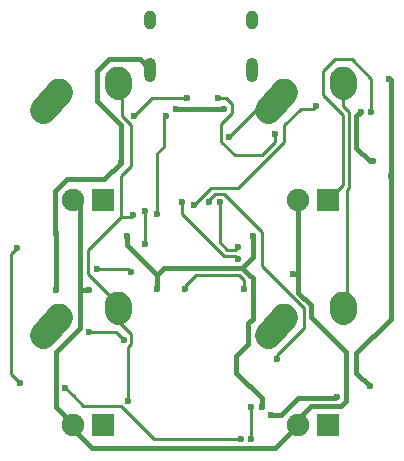
<source format=gtl>
%TF.GenerationSoftware,KiCad,Pcbnew,(5.1.2)-1*%
%TF.CreationDate,2019-05-30T19:23:31-07:00*%
%TF.ProjectId,Voyager4,566f7961-6765-4723-942e-6b696361645f,rev?*%
%TF.SameCoordinates,Original*%
%TF.FileFunction,Copper,L1,Top*%
%TF.FilePolarity,Positive*%
%FSLAX46Y46*%
G04 Gerber Fmt 4.6, Leading zero omitted, Abs format (unit mm)*
G04 Created by KiCad (PCBNEW (5.1.2)-1) date 2019-05-30 19:23:31*
%MOMM*%
%LPD*%
G04 APERTURE LIST*
%ADD10C,2.250000*%
%ADD11C,2.250000*%
%ADD12C,1.905000*%
%ADD13R,1.905000X1.905000*%
%ADD14O,1.000000X1.600000*%
%ADD15O,1.000000X2.100000*%
%ADD16C,0.600000*%
%ADD17C,0.381000*%
%ADD18C,0.254000*%
G04 APERTURE END LIST*
D10*
X61257500Y-53947500D03*
D11*
X61237500Y-54237500D02*
X61277500Y-53657500D01*
D10*
X61277500Y-53657500D03*
X55582501Y-55467500D03*
D11*
X54927500Y-56197500D02*
X56237502Y-54737500D01*
D10*
X56237500Y-54737500D03*
D12*
X57467500Y-63817500D03*
D13*
X60007500Y-63817500D03*
D10*
X61257500Y-34897500D03*
D11*
X61237500Y-35187500D02*
X61277500Y-34607500D01*
D10*
X61277500Y-34607500D03*
X55582501Y-36417500D03*
D11*
X54927500Y-37147500D02*
X56237502Y-35687500D01*
D10*
X56237500Y-35687500D03*
D12*
X57467500Y-44767500D03*
D13*
X60007500Y-44767500D03*
X79057500Y-44767500D03*
D12*
X76517500Y-44767500D03*
D10*
X75287500Y-35687500D03*
X74632501Y-36417500D03*
D11*
X73977500Y-37147500D02*
X75287502Y-35687500D01*
D10*
X80327500Y-34607500D03*
X80307500Y-34897500D03*
D11*
X80287500Y-35187500D02*
X80327500Y-34607500D01*
D10*
X80307500Y-53947500D03*
D11*
X80287500Y-54237500D02*
X80327500Y-53657500D01*
D10*
X80327500Y-53657500D03*
X74632501Y-55467500D03*
D11*
X73977500Y-56197500D02*
X75287502Y-54737500D01*
D10*
X75287500Y-54737500D03*
D12*
X76517500Y-63817500D03*
D13*
X79057500Y-63817500D03*
D14*
X72582500Y-29587500D03*
X63942500Y-29587500D03*
D15*
X72582500Y-33767500D03*
X63942500Y-33767500D03*
D16*
X82804000Y-41529000D03*
X81788000Y-37338000D03*
X56007000Y-47625000D03*
X61468000Y-41656000D03*
X56007000Y-52451000D03*
X72644000Y-47879000D03*
X64516000Y-52324000D03*
X58801000Y-52451000D03*
X76073000Y-51054000D03*
X73406000Y-62357000D03*
X61976000Y-47879000D03*
X62103000Y-61849000D03*
X62484000Y-46101000D03*
X70231000Y-37084000D03*
X66167000Y-37084000D03*
X64516000Y-45974000D03*
X65278000Y-37719000D03*
X70612000Y-39497000D03*
X61722000Y-56642000D03*
X58801000Y-56007000D03*
X66929000Y-52324000D03*
X71882000Y-52324000D03*
X68961000Y-44958000D03*
X74676000Y-58293000D03*
X72517000Y-62357000D03*
X72517000Y-65024000D03*
X63500000Y-45720000D03*
X63500000Y-48518000D03*
X59436000Y-50673000D03*
X62357000Y-50927000D03*
X66675000Y-44958000D03*
X71374000Y-49784000D03*
X69850000Y-44958000D03*
X71374000Y-48768000D03*
X74549000Y-39243000D03*
X69723000Y-36195000D03*
X67056000Y-36195000D03*
X62611000Y-37719000D03*
X71628000Y-65024000D03*
X56769000Y-60706000D03*
X52959000Y-60325000D03*
X52705000Y-48895000D03*
X82677000Y-37338000D03*
X84328000Y-42799000D03*
X84201000Y-34544000D03*
X74168000Y-62992000D03*
X82550000Y-60579000D03*
X79756000Y-61468000D03*
X67691000Y-45212000D03*
X77978000Y-36830000D03*
D17*
X81407000Y-37719000D02*
X81788000Y-37338000D01*
X81407000Y-40386000D02*
X81407000Y-37719000D01*
X82550000Y-41529000D02*
X81407000Y-40386000D01*
X82804000Y-41529000D02*
X82550000Y-41529000D01*
X56007000Y-47625000D02*
X55880000Y-47498000D01*
X55880000Y-47498000D02*
X55880000Y-44069000D01*
X55880000Y-44069000D02*
X56896000Y-43053000D01*
X56896000Y-43053000D02*
X60071000Y-43053000D01*
X60071000Y-43053000D02*
X61468000Y-41656000D01*
X56007000Y-52451000D02*
X56007000Y-47625000D01*
X61468000Y-41656000D02*
X61468000Y-38481000D01*
X61468000Y-38481000D02*
X59436000Y-36449000D01*
X59436000Y-36449000D02*
X59436000Y-33909000D01*
X59436000Y-33909000D02*
X60452000Y-32893000D01*
X63068000Y-32893000D02*
X63942500Y-33767500D01*
X60452000Y-32893000D02*
X63068000Y-32893000D01*
X72644000Y-47879000D02*
X72644000Y-49657000D01*
X72644000Y-49657000D02*
X71755000Y-50546000D01*
X58039000Y-45339000D02*
X57467500Y-44767500D01*
X58801000Y-52451000D02*
X58039000Y-52451000D01*
X58039000Y-52451000D02*
X58039000Y-45339000D01*
X76073000Y-51054000D02*
X76517500Y-51054000D01*
X72263000Y-51054000D02*
X71755000Y-50546000D01*
X72644000Y-51435000D02*
X72263000Y-51054000D01*
X72644000Y-54864000D02*
X72644000Y-51435000D01*
X73406000Y-61595000D02*
X71247000Y-59436000D01*
X73406000Y-62357000D02*
X73406000Y-61595000D01*
X71247000Y-59436000D02*
X71247000Y-58039000D01*
X71247000Y-58039000D02*
X72263000Y-57023000D01*
X72263000Y-57023000D02*
X72263000Y-55245000D01*
X72263000Y-55245000D02*
X72644000Y-54864000D01*
X74549000Y-65786000D02*
X76517500Y-63817500D01*
X59055000Y-65786000D02*
X74549000Y-65786000D01*
X57467500Y-63817500D02*
X57467500Y-64198500D01*
X57467500Y-64198500D02*
X59055000Y-65786000D01*
X58039000Y-55626000D02*
X58039000Y-52451000D01*
X56007000Y-57658000D02*
X58039000Y-55626000D01*
X56007000Y-62357000D02*
X56007000Y-57658000D01*
X57467500Y-63817500D02*
X56007000Y-62357000D01*
X67564000Y-50546000D02*
X71755000Y-50546000D01*
X76517500Y-63309500D02*
X76517500Y-63817500D01*
X80137000Y-62230000D02*
X77597000Y-62230000D01*
X76517500Y-51054000D02*
X76517500Y-52641500D01*
X76517500Y-52641500D02*
X77597000Y-53721000D01*
X77597000Y-53721000D02*
X77597000Y-54737000D01*
X77597000Y-54737000D02*
X80518000Y-57658000D01*
X77597000Y-62230000D02*
X76517500Y-63309500D01*
X80518000Y-57658000D02*
X80518000Y-61849000D01*
X80518000Y-61849000D02*
X80137000Y-62230000D01*
X61976000Y-48641000D02*
X61976000Y-47879000D01*
X64516000Y-51181000D02*
X61976000Y-48641000D01*
X64516000Y-52324000D02*
X64516000Y-51181000D01*
X65151000Y-50546000D02*
X64516000Y-51181000D01*
X67564000Y-50546000D02*
X65151000Y-50546000D01*
X76517500Y-44767500D02*
X76517500Y-51054000D01*
D18*
X80287500Y-36853500D02*
X80287500Y-35187500D01*
X80772000Y-37338000D02*
X80287500Y-36853500D01*
X80772000Y-43815000D02*
X80772000Y-37338000D01*
X80645000Y-43942000D02*
X80772000Y-43815000D01*
X80645000Y-53340000D02*
X80645000Y-43942000D01*
X80327500Y-53657500D02*
X80645000Y-53340000D01*
X61237500Y-55014500D02*
X61237500Y-54237500D01*
X62357000Y-56134000D02*
X61237500Y-55014500D01*
X62357000Y-57023000D02*
X62357000Y-56134000D01*
X62103000Y-57277000D02*
X62357000Y-57023000D01*
X62103000Y-61849000D02*
X62103000Y-57277000D01*
X61595000Y-35545000D02*
X61237500Y-35187500D01*
X61595000Y-37719000D02*
X61595000Y-35545000D01*
X62357000Y-41910000D02*
X62357000Y-38481000D01*
X61237500Y-53617500D02*
X58674000Y-51054000D01*
X62357000Y-38481000D02*
X61595000Y-37719000D01*
X61237500Y-54237500D02*
X61237500Y-53617500D01*
X58674000Y-51054000D02*
X58674000Y-49022000D01*
X58674000Y-49022000D02*
X61468000Y-46228000D01*
X61468000Y-46228000D02*
X61468000Y-42799000D01*
X61468000Y-42799000D02*
X62357000Y-41910000D01*
X62357000Y-46228000D02*
X62484000Y-46101000D01*
X61468000Y-46228000D02*
X62357000Y-46228000D01*
D17*
X70231000Y-37084000D02*
X68453000Y-37084000D01*
X68453000Y-37084000D02*
X66167000Y-37084000D01*
D18*
X65151000Y-37846000D02*
X65278000Y-37719000D01*
X65151000Y-40259000D02*
X65151000Y-37846000D01*
X64516000Y-40894000D02*
X65151000Y-40259000D01*
X64516000Y-45974000D02*
X64516000Y-40894000D01*
X73977500Y-37147500D02*
X72961500Y-37147500D01*
X72961500Y-37147500D02*
X70612000Y-39497000D01*
X61722000Y-56642000D02*
X61087000Y-56007000D01*
X61087000Y-56007000D02*
X58801000Y-56007000D01*
X66929000Y-52070000D02*
X66929000Y-52324000D01*
X67818000Y-51181000D02*
X66929000Y-52070000D01*
X71501000Y-51181000D02*
X67818000Y-51181000D01*
X71882000Y-52324000D02*
X71882000Y-51562000D01*
X71882000Y-51562000D02*
X71501000Y-51181000D01*
X72517000Y-62357000D02*
X72517000Y-64516000D01*
X72517000Y-65024000D02*
X72517000Y-64516000D01*
X74676000Y-57912000D02*
X74676000Y-58293000D01*
X76962000Y-55626000D02*
X74676000Y-57912000D01*
X76962000Y-53975000D02*
X76962000Y-55626000D01*
X68961000Y-44831000D02*
X69469000Y-44323000D01*
X68961000Y-44958000D02*
X68961000Y-44831000D01*
X69469000Y-44323000D02*
X70231000Y-44323000D01*
X70231000Y-44323000D02*
X73406000Y-47498000D01*
X73406000Y-47498000D02*
X73406000Y-50419000D01*
X73406000Y-50419000D02*
X76962000Y-53975000D01*
X63500000Y-45720000D02*
X63500000Y-48518000D01*
X62103000Y-50673000D02*
X59436000Y-50673000D01*
X62357000Y-50927000D02*
X62103000Y-50673000D01*
X66675000Y-45974000D02*
X66675000Y-44958000D01*
X70231000Y-49530000D02*
X66675000Y-45974000D01*
X70231000Y-49530000D02*
X71120000Y-49530000D01*
X71120000Y-49530000D02*
X71374000Y-49784000D01*
X69850000Y-48387000D02*
X69850000Y-44958000D01*
X70485000Y-49022000D02*
X69850000Y-48387000D01*
X71374000Y-48768000D02*
X71120000Y-49022000D01*
X71120000Y-49022000D02*
X70485000Y-49022000D01*
X70866000Y-36703000D02*
X70358000Y-36195000D01*
X70358000Y-36195000D02*
X69723000Y-36195000D01*
X70866000Y-37465000D02*
X70866000Y-36703000D01*
X74549000Y-39243000D02*
X74549000Y-39878000D01*
X74549000Y-39878000D02*
X73406000Y-41021000D01*
X73406000Y-41021000D02*
X71120000Y-41021000D01*
X71120000Y-41021000D02*
X69977000Y-39878000D01*
X69977000Y-39878000D02*
X69977000Y-38354000D01*
X69977000Y-38354000D02*
X70866000Y-37465000D01*
X67056000Y-36195000D02*
X65659000Y-36195000D01*
X65659000Y-36195000D02*
X64135000Y-36195000D01*
X64135000Y-36195000D02*
X62611000Y-37719000D01*
X52959000Y-60325000D02*
X52197000Y-59563000D01*
X52197000Y-59563000D02*
X52197000Y-49403000D01*
X52197000Y-49403000D02*
X52705000Y-48895000D01*
X57404000Y-61341000D02*
X56769000Y-60706000D01*
X58293000Y-62230000D02*
X57404000Y-61341000D01*
X61468000Y-62230000D02*
X58293000Y-62230000D01*
X64262000Y-65024000D02*
X61468000Y-62230000D01*
X71628000Y-65024000D02*
X64262000Y-65024000D01*
X78613000Y-35941000D02*
X78613000Y-33909000D01*
X78613000Y-33909000D02*
X79629000Y-32893000D01*
X80264000Y-43561000D02*
X79057500Y-44767500D01*
X80264000Y-37592000D02*
X80264000Y-43561000D01*
X80264000Y-37592000D02*
X78613000Y-35941000D01*
X80772000Y-32893000D02*
X81026000Y-32893000D01*
X79629000Y-32893000D02*
X80772000Y-32893000D01*
X81026000Y-32893000D02*
X82677000Y-34544000D01*
X82677000Y-34544000D02*
X82677000Y-37338000D01*
D17*
X84328000Y-42799000D02*
X84328000Y-34671000D01*
X84328000Y-34671000D02*
X84201000Y-34544000D01*
X75057000Y-62992000D02*
X76454000Y-61595000D01*
X74168000Y-62992000D02*
X75057000Y-62992000D01*
X76454000Y-61595000D02*
X79629000Y-61595000D01*
X79629000Y-61595000D02*
X79756000Y-61468000D01*
X84328000Y-53975000D02*
X84328000Y-42799000D01*
X84328000Y-54864000D02*
X84328000Y-53975000D01*
X81407000Y-57785000D02*
X84328000Y-54864000D01*
X81407000Y-59436000D02*
X81407000Y-57785000D01*
X82550000Y-60579000D02*
X81407000Y-59436000D01*
D18*
X77724000Y-37084000D02*
X77978000Y-36830000D01*
X67691000Y-45212000D02*
X69088000Y-43815000D01*
X71374000Y-43815000D02*
X75311000Y-39878000D01*
X75311000Y-39878000D02*
X75311000Y-38481000D01*
X75311000Y-38481000D02*
X76708000Y-37084000D01*
X69088000Y-43815000D02*
X71374000Y-43815000D01*
X76708000Y-37084000D02*
X77724000Y-37084000D01*
M02*

</source>
